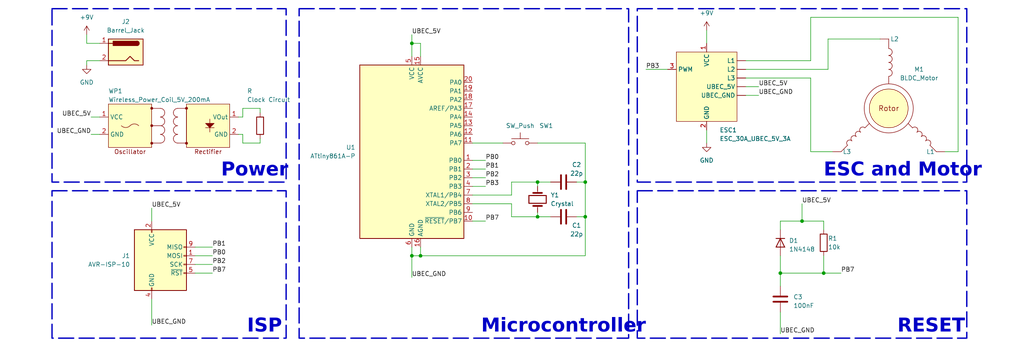
<source format=kicad_sch>
(kicad_sch (version 20230121) (generator eeschema)
  (paper "User" 299.999 101.6)
  (lib_symbols
    (symbol "BLDC_Motor:BLDC_Motor"
      (property "Reference" "M" (at 5.969 8.128 0))
      (property "Value" "BLDC_Motor" (at 5.969 5.588 0))
      (symbol "BLDC_Motor_0_1"
        (arc (start -12.065 -10.7949) (mid -12.328 -11.4299) (end -12.065 -12.0649))
        (arc (start -10.795 -10.7949) (mid -11.43 -10.5319) (end -12.065 -10.7949))
        (arc (start -10.795 -9.5249) (mid -11.058 -10.1599) (end -10.795 -10.7949))
        (arc (start -9.525 -9.5249) (mid -10.16 -9.2619) (end -10.795 -9.5249))
        (arc (start -9.525 -8.2549) (mid -9.788 -8.8899) (end -9.525 -9.5249))
        (arc (start -8.255 -8.2549) (mid -8.89 -7.9919) (end -9.525 -8.2549))
        (arc (start -8.255 -6.985) (mid -8.518 -7.62) (end -8.255 -8.255))
        (arc (start -6.985 -6.985) (mid -7.62 -6.722) (end -8.255 -6.985))
        (circle (center 0 -1.27) (radius 5.6796) (fill (type background)))
        (circle (center 0 -1.27) (radius 7.1842))
        (polyline (pts (xy -12.065 -12.065) (xy -13.97 -13.97)))
        (polyline (pts (xy -5.715 -5.715) (xy -6.985 -6.985)))
        (polyline (pts (xy 0 8.128) (xy 0 5.969)))
        (polyline (pts (xy 0 19.05) (xy 0 16.256)))
        (polyline (pts (xy 5.715 -5.715) (xy 6.985 -6.985)))
        (polyline (pts (xy 12.065 -12.065) (xy 13.97 -13.97)))
        (arc (start 0.0023 14.2217) (mid 0.72 14.52) (end 1.0183 15.2377))
        (arc (start 0.0048 8.1232) (mid 0.7225 8.4215) (end 1.0208 9.1392))
        (arc (start 0.0048 10.1552) (mid 0.7225 10.4535) (end 1.0208 11.1712))
        (arc (start 0.0048 12.1872) (mid 0.7225 12.4855) (end 1.0208 13.2032))
        (arc (start 1.0183 15.2377) (mid 0.7207 15.9561) (end 0.0023 16.2537))
        (arc (start 1.0208 9.1442) (mid 0.7225 9.8619) (end 0.0048 10.1602))
        (arc (start 1.0208 11.1762) (mid 0.7225 11.8939) (end 0.0048 12.1922))
        (arc (start 1.0208 13.2082) (mid 0.7225 13.9259) (end 0.0048 14.2242))
        (arc (start 8.255 -8.255) (mid 8.518 -7.62) (end 8.255 -6.985))
        (arc (start 8.255 -6.985) (mid 7.62 -6.722) (end 6.985 -6.985))
        (arc (start 9.525 -9.5249) (mid 9.788 -8.8899) (end 9.525 -8.2549))
        (arc (start 9.525 -8.2549) (mid 8.89 -7.9919) (end 8.255 -8.2549))
        (arc (start 10.795 -10.7949) (mid 11.058 -10.1599) (end 10.795 -9.5249))
        (arc (start 10.795 -9.5249) (mid 10.16 -9.2619) (end 9.525 -9.5249))
        (arc (start 12.065 -12.0649) (mid 12.328 -11.4299) (end 12.065 -10.7949))
        (arc (start 12.065 -10.7949) (mid 11.43 -10.5319) (end 10.795 -10.7949))
        (text "Rotor" (at 0 -1.27 0) (effects (font (size 1.5 1.5))))
      )
      (symbol "BLDC_Motor_1_1"
        (pin input line (at 16.51 -13.97 180) (length 2.54) (name "L1") (number ""))
        (pin input line (at -2.54 19.05 0) (length 2.54) (name "L2") (number ""))
        (pin input line (at -16.51 -13.97 0) (length 2.54) (name "L3") (number ""))
      )
    )
    (symbol "Connector:AVR-ISP-10" (pin_names (offset 1.016))
      (property "Reference" "J" (at -6.35 11.43 0))
      (property "Value" "AVR-ISP-10" (at 0 11.43 0))
      (symbol "AVR-ISP-10_0_1"
        (rectangle (start -2.667 -6.858) (end -2.413 -7.62))
        (rectangle (start -2.667 10.16) (end -2.413 9.398))
        (rectangle (start 7.62 -2.413) (end 6.858 -2.667))
        (rectangle (start 7.62 0.127) (end 6.858 -0.127))
        (rectangle (start 7.62 2.667) (end 6.858 2.413))
        (rectangle (start 7.62 5.207) (end 6.858 4.953))
        (rectangle (start 7.62 10.16) (end -7.62 -7.62) (stroke (width 0.254)) (fill (type background)))
      )
      (symbol "AVR-ISP-10_1_1"
        (pin passive line (at 10.16 2.54 180) (length 2.54) (name "MOSI") (number "1"))
        (pin passive line (at -2.54 -10.16 90) (length 2.54) hide (name "GND") (number "10"))
        (pin passive line (at -2.54 12.7 270) (length 2.54) (name "VCC") (number "2"))
        (pin no_connect line (at 7.62 -5.08 180) (length 2.54) hide (name "NC") (number "3"))
        (pin passive line (at -2.54 -10.16 90) (length 2.54) (name "GND") (number "4"))
        (pin passive line (at 10.16 -2.54 180) (length 2.54) (name "~{RST}") (number "5"))
        (pin passive line (at -2.54 -10.16 90) (length 2.54) hide (name "GND") (number "6"))
        (pin passive line (at 10.16 0 180) (length 2.54) (name "SCK") (number "7"))
        (pin passive line (at -2.54 -10.16 90) (length 2.54) hide (name "GND") (number "8"))
        (pin passive line (at 10.16 5.08 180) (length 2.54) (name "MISO") (number "9"))
      )
    )
    (symbol "Connector:Barrel_Jack" (pin_names (offset 1.016))
      (property "Reference" "J" (at 0 5.334 0))
      (property "Value" "Barrel_Jack" (at 0 -5.08 0))
      (symbol "Barrel_Jack_0_1"
        (rectangle (start -5.08 3.81) (end 5.08 -3.81) (stroke (width 0.254)) (fill (type background)))
        (arc (start -3.302 3.175) (mid -3.9343 2.54) (end -3.302 1.905) (stroke (width 0.254)))
        (arc (start -3.302 3.175) (mid -3.9343 2.54) (end -3.302 1.905) (stroke (width 0.254)) (fill (type outline)))
        (polyline (pts (xy 5.08 2.54) (xy 3.81 2.54)) (stroke (width 0.254)))
        (polyline (pts (xy -3.81 -2.54) (xy -2.54 -2.54) (xy -1.27 -1.27) (xy 0 -2.54) (xy 2.54 -2.54) (xy 5.08 -2.54)) (stroke (width 0.254)))
        (rectangle (start 3.683 3.175) (end -3.302 1.905) (stroke (width 0.254)) (fill (type outline)))
      )
      (symbol "Barrel_Jack_1_1"
        (pin passive line (at 7.62 2.54 180) (length 2.54) (name "~") (number "1"))
        (pin passive line (at 7.62 -2.54 180) (length 2.54) (name "~") (number "2"))
      )
    )
    (symbol "Device:C" (pin_numbers hide) (pin_names (offset 0.254))
      (property "Reference" "C" (at 0.635 2.54 0))
      (property "Value" "C" (at 0.635 -2.54 0))
      (symbol "C_0_1"
        (polyline (pts (xy -2.032 -0.762) (xy 2.032 -0.762)) (stroke (width 0.508)))
        (polyline (pts (xy -2.032 0.762) (xy 2.032 0.762)) (stroke (width 0.508)))
      )
      (symbol "C_1_1"
        (pin passive line (at 0 3.81 270) (length 2.794) (name "~") (number "1"))
        (pin passive line (at 0 -3.81 90) (length 2.794) (name "~") (number "2"))
      )
    )
    (symbol "Device:Crystal" (pin_numbers hide) (pin_names (offset 1.016) hide)
      (property "Reference" "Y" (at 0 3.81 0))
      (property "Value" "Crystal" (at 0 -3.81 0))
      (symbol "Crystal_0_1"
        (rectangle (start -1.143 2.54) (end 1.143 -2.54) (stroke (width 0.3048)))
        (polyline (pts (xy -2.54 0) (xy -1.905 0)))
        (polyline (pts (xy -1.905 -1.27) (xy -1.905 1.27)) (stroke (width 0.508)))
        (polyline (pts (xy 1.905 -1.27) (xy 1.905 1.27)) (stroke (width 0.508)))
        (polyline (pts (xy 2.54 0) (xy 1.905 0)))
      )
      (symbol "Crystal_1_1"
        (pin passive line (at -3.81 0 0) (length 1.27) (name "1") (number "1"))
        (pin passive line (at 3.81 0 180) (length 1.27) (name "2") (number "2"))
      )
    )
    (symbol "Device:R" (pin_numbers hide) (pin_names (offset 0))
      (property "Reference" "R" (at 2.032 0 90))
      (property "Value" "R" (at 0 0 90))
      (symbol "R_0_1"
        (rectangle (start -1.016 -2.54) (end 1.016 2.54) (stroke (width 0.254)))
      )
      (symbol "R_1_1"
        (pin passive line (at 0 3.81 270) (length 1.27) (name "~") (number "1"))
        (pin passive line (at 0 -3.81 90) (length 1.27) (name "~") (number "2"))
      )
    )
    (symbol "Diode:1N4148" (pin_numbers hide) (pin_names hide)
      (property "Reference" "D" (at 0 2.54 0))
      (property "Value" "1N4148" (at 0 -2.54 0))
      (symbol "1N4148_0_1"
        (polyline (pts (xy -1.27 1.27) (xy -1.27 -1.27)) (stroke (width 0.254)))
        (polyline (pts (xy 1.27 0) (xy -1.27 0)))
        (polyline (pts (xy 1.27 1.27) (xy 1.27 -1.27) (xy -1.27 0) (xy 1.27 1.27)) (stroke (width 0.254)))
      )
      (symbol "1N4148_1_1"
        (pin passive line (at -3.81 0 0) (length 2.54) (name "K") (number "1"))
        (pin passive line (at 3.81 0 180) (length 2.54) (name "A") (number "2"))
      )
    )
    (symbol "ESC:ESC_30A_UBEC_5V_3A"
      (property "Reference" "ESC" (at 3.81 -13.97 0))
      (property "Value" "ESC_30A_UBEC_5V_3A" (at 3.81 -16.51 0))
      (symbol "ESC_30A_UBEC_5V_3A_0_1"
        (rectangle (start -8.89 8.89) (end 8.89 -11.43) (fill (type background)))
      )
      (symbol "ESC_30A_UBEC_5V_3A_1_1"
        (pin output line (at 11.43 6.35 180) (length 2.54) (name "L1") (number ""))
        (pin output line (at 11.43 3.81 180) (length 2.54) (name "L2") (number ""))
        (pin output line (at 11.43 1.27 180) (length 2.54) (name "L3") (number ""))
        (pin output line (at 11.43 -1.27 180) (length 2.54) (name "UBEC_5V") (number ""))
        (pin output line (at 11.43 -3.81 180) (length 2.54) (name "UBEC_GND") (number ""))
        (pin input line (at 0 11.43 270) (length 2.54) (name "VCC") (number "1"))
        (pin input line (at 0 -13.97 90) (length 2.54) (name "GND") (number "2"))
        (pin input line (at -11.43 3.81 0) (length 2.54) (name "PWM") (number "3"))
      )
    )
    (symbol "MCU_Microchip_ATtiny:ATtiny861A-P"
      (property "Reference" "U" (at -15.24 26.67 0))
      (property "Value" "ATtiny861A-P" (at 5.08 -26.67 0))
      (symbol "ATtiny861A-P_0_1"
        (rectangle (start -15.24 -25.4) (end 15.24 25.4) (stroke (width 0.254)) (fill (type background)))
      )
      (symbol "ATtiny861A-P_1_1"
        (pin bidirectional line (at 17.78 -2.54 180) (length 2.54) (name "PB0") (number "1"))
        (pin bidirectional line (at 17.78 -20.32 180) (length 2.54) (name "~{RESET}/PB7") (number "10"))
        (pin bidirectional line (at 17.78 2.54 180) (length 2.54) (name "PA7") (number "11"))
        (pin bidirectional line (at 17.78 5.08 180) (length 2.54) (name "PA6") (number "12"))
        (pin bidirectional line (at 17.78 7.62 180) (length 2.54) (name "PA5") (number "13"))
        (pin bidirectional line (at 17.78 10.16 180) (length 2.54) (name "PA4") (number "14"))
        (pin power_in line (at 2.54 27.94 270) (length 2.54) (name "AVCC") (number "15"))
        (pin power_in line (at 2.54 -27.94 90) (length 2.54) (name "AGND") (number "16"))
        (pin bidirectional line (at 17.78 12.7 180) (length 2.54) (name "AREF/PA3") (number "17"))
        (pin bidirectional line (at 17.78 15.24 180) (length 2.54) (name "PA2") (number "18"))
        (pin bidirectional line (at 17.78 17.78 180) (length 2.54) (name "PA1") (number "19"))
        (pin bidirectional line (at 17.78 -5.08 180) (length 2.54) (name "PB1") (number "2"))
        (pin bidirectional line (at 17.78 20.32 180) (length 2.54) (name "PA0") (number "20"))
        (pin bidirectional line (at 17.78 -7.62 180) (length 2.54) (name "PB2") (number "3"))
        (pin bidirectional line (at 17.78 -10.16 180) (length 2.54) (name "PB3") (number "4"))
        (pin power_in line (at 0 27.94 270) (length 2.54) (name "VCC") (number "5"))
        (pin power_in line (at 0 -27.94 90) (length 2.54) (name "GND") (number "6"))
        (pin bidirectional line (at 17.78 -12.7 180) (length 2.54) (name "XTAL1/PB4") (number "7"))
        (pin bidirectional line (at 17.78 -15.24 180) (length 2.54) (name "XTAL2/PB5") (number "8"))
        (pin bidirectional line (at 17.78 -17.78 180) (length 2.54) (name "PB6") (number "9"))
      )
    )
    (symbol "Switch:SW_Push" (pin_numbers hide) (pin_names (offset 1.016) hide)
      (property "Reference" "SW" (at 1.27 2.54 0))
      (property "Value" "SW_Push" (at 0 -1.524 0))
      (symbol "SW_Push_0_1"
        (circle (center -2.032 0) (radius 0.508))
        (polyline (pts (xy 0 1.27) (xy 0 3.048)))
        (polyline (pts (xy 2.54 1.27) (xy -2.54 1.27)))
        (circle (center 2.032 0) (radius 0.508))
        (pin passive line (at -5.08 0 0) (length 2.54) (name "1") (number "1"))
        (pin passive line (at 5.08 0 180) (length 2.54) (name "2") (number "2"))
      )
    )
    (symbol "Wireless_Power:Wireless_Power_Coil_5V_200mA"
      (property "Reference" "WP" (at -5.08 -10.16 0))
      (property "Value" "Wireless_Power_Coil_5V_200mA" (at -5.08 -12.7 0))
      (symbol "Wireless_Power_Coil_5V_200mA_0_1"
        (rectangle (start -17.78 6.35) (end -5.08 -6.35) (fill (type background)))
        (arc (start -13.97 -0.0001) (mid -12.7 -0.5261) (end -11.43 -0.0001))
        (arc (start -8.89 -0.0001) (mid -10.16 0.5225) (end -11.43 0))
        (circle (center -5.08 -5.1308) (radius 0.3312) (fill (type color) (color 132 0 0 1)))
        (circle (center -5.08 0.0254) (radius 0.3312) (fill (type color) (color 132 0 0 1)))
        (circle (center -5.08 5.1054) (radius 0.3312) (fill (type color) (color 132 0 0 1)))
        (arc (start -2.5399 -5.0799) (mid -1.6419 -4.7079) (end -1.2699 -3.8099))
        (arc (start -2.5399 -2.5399) (mid -1.6419 -2.1679) (end -1.2699 -1.2699))
        (arc (start -2.5399 0.0001) (mid -1.6419 0.3721) (end -1.2699 1.2701))
        (arc (start -2.54 2.54) (mid -1.642 2.912) (end -1.27 3.81))
        (arc (start -1.2699 -3.8099) (mid -1.6419 -2.9119) (end -2.5399 -2.5399))
        (arc (start -1.2699 -1.2699) (mid -1.6419 -0.3719) (end -2.5399 0.0001))
        (arc (start -1.2699 1.2701) (mid -1.6419 2.1681) (end -2.5399 2.5401))
        (arc (start -1.27 3.81) (mid -1.642 4.708) (end -2.54 5.08))
        (polyline (pts (xy -2.54 0) (xy -5.08 0)))
        (polyline (pts (xy 11.938 1.9558) (xy 11.938 -1.8542)))
        (polyline (pts (xy -2.54 5.08) (xy -5.08 5.08) (xy -5.08 -5.08) (xy -2.54 -5.08)))
        (polyline (pts (xy 2.54 5.08) (xy 5.08 5.08) (xy 5.08 -5.08) (xy 2.54 -5.08)))
        (polyline (pts (xy 11.938 -0.5842) (xy 10.668 0.6858) (xy 13.208 0.6858) (xy 11.938 -0.5842) (xy 10.668 -0.5842) (xy 13.208 -0.5842)) (fill (type color) (color 132 0 0 1)))
        (arc (start 1.2699 -3.8099) (mid 1.6419 -4.7079) (end 2.5399 -5.0799))
        (arc (start 1.2699 -1.2699) (mid 1.6419 -2.1679) (end 2.5399 -2.5399))
        (arc (start 1.2699 1.2701) (mid 1.6419 0.3721) (end 2.5399 0.0001))
        (arc (start 1.27 3.81) (mid 1.642 2.912) (end 2.54 2.54))
        (arc (start 2.5399 -2.5399) (mid 1.6419 -2.9119) (end 1.2699 -3.8099))
        (arc (start 2.5399 0.0001) (mid 1.6419 -0.3719) (end 1.2699 -1.2699))
        (arc (start 2.5399 2.5401) (mid 1.6419 2.1681) (end 1.2699 1.2701))
        (arc (start 2.54 5.08) (mid 1.642 4.708) (end 1.27 3.81))
        (rectangle (start 5.08 6.35) (end 17.78 -6.35) (fill (type background)))
        (circle (center 5.1054 -5.1308) (radius 0.3312) (fill (type color) (color 132 0 0 1)))
        (circle (center 5.1054 5.1054) (radius 0.3312) (fill (type color) (color 132 0 0 1)))
        (text "Oscillator" (at -11.43 -7.62 0) (effects (font (size 1.27 1.27))))
        (text "Rectifier" (at 11.43 -7.62 0) (effects (font (size 1.27 1.27))))
      )
      (symbol "Wireless_Power_Coil_5V_200mA_1_1"
        (pin input line (at -20.32 2.54 0) (length 2.54) (name "VCC") (number "1"))
        (pin output line (at 20.32 2.54 180) (length 2.54) (name "VOut") (number "1"))
        (pin input line (at -20.32 -2.54 0) (length 2.54) (name "GND") (number "2"))
        (pin output line (at 20.32 -2.54 180) (length 2.54) (name "GND") (number "2"))
      )
    )
    (symbol "power:+9V" (power) (pin_names (offset 0))
      (property "Value" "+9V" (at 0 3.556 0))
      (symbol "+9V_0_1"
        (polyline (pts (xy -0.762 1.27) (xy 0 2.54)))
        (polyline (pts (xy 0 0) (xy 0 2.54)))
        (polyline (pts (xy 0 2.54) (xy 0.762 1.27)))
      )
      (symbol "+9V_1_1"
        (pin power_in line (at 0 0 90) (length 0) hide (name "+9V") (number "1"))
      )
    )
    (symbol "power:GND" (power) (pin_names (offset 0))
      (property "Value" "GND" (at 0 -3.81 0))
      (symbol "GND_0_1"
        (polyline (pts (xy 0 0) (xy 0 -1.27) (xy 1.27 -1.27) (xy 0 -2.54) (xy -1.27 -1.27) (xy 0 -1.27)))
      )
      (symbol "GND_1_1"
        (pin power_in line (at 0 0 270) (length 0) hide (name "GND") (number "1"))
      )
    )
  )
  (junction (at 123.19 74.93))
  (junction (at 157.48 63.5))
  (junction (at 120.65 74.93))
  (junction (at 241.3 80.01))
  (junction (at 228.6 80.01))
  (junction (at 234.95 64.77))
  (junction (at 157.48 53.34))
  (junction (at 120.65 12.7))
  (junction (at 171.45 53.34))
  (junction (at 171.45 63.5))
  (wire (pts (xy 138.43 41.91) (xy 147.32 41.91)))
  (wire (pts (xy 138.43 46.99) (xy 142.24 46.99)))
  (wire (pts (xy 26.67 34.29) (xy 29.21 34.29)))
  (wire (pts (xy 228.6 67.31) (xy 228.6 64.77)))
  (wire (pts (xy 237.49 17.78) (xy 237.49 5.08)))
  (wire (pts (xy 123.19 74.93) (xy 120.65 74.93)))
  (wire (pts (xy 228.6 80.01) (xy 241.3 80.01)))
  (wire (pts (xy 71.12 31.75) (xy 71.12 34.29)))
  (wire (pts (xy 237.49 44.45) (xy 243.84 44.45)))
  (wire (pts (xy 207.01 38.1) (xy 207.01 41.91)))
  (wire (pts (xy 171.45 63.5) (xy 168.91 63.5)))
  (wire (pts (xy 120.65 12.7) (xy 123.19 12.7)))
  (wire (pts (xy 29.21 12.7) (xy 25.4 12.7)))
  (wire (pts (xy 157.48 41.91) (xy 171.45 41.91)))
  (wire (pts (xy 149.86 59.69) (xy 149.86 63.5)))
  (wire (pts (xy 218.44 17.78) (xy 237.49 17.78)))
  (wire (pts (xy 25.4 10.16) (xy 25.4 12.7)))
  (wire (pts (xy 241.3 67.31) (xy 241.3 64.77)))
  (wire (pts (xy 237.49 5.08) (xy 280.67 5.08)))
  (wire (pts (xy 138.43 54.61) (xy 142.24 54.61)))
  (wire (pts (xy 71.12 34.29) (xy 69.85 34.29)))
  (wire (pts (xy 138.43 57.15) (xy 149.86 57.15)))
  (wire (pts (xy 25.4 17.78) (xy 25.4 19.05)))
  (wire (pts (xy 228.6 64.77) (xy 234.95 64.77)))
  (wire (pts (xy 171.45 74.93) (xy 171.45 63.5)))
  (wire (pts (xy 171.45 53.34) (xy 171.45 63.5)))
  (wire (pts (xy 44.45 60.96) (xy 44.45 64.77)))
  (wire (pts (xy 242.57 11.43) (xy 257.81 11.43)))
  (wire (pts (xy 234.95 59.69) (xy 234.95 64.77)))
  (wire (pts (xy 76.2 40.64) (xy 76.2 41.91)))
  (wire (pts (xy 123.19 72.39) (xy 123.19 74.93)))
  (wire (pts (xy 168.91 53.34) (xy 171.45 53.34)))
  (wire (pts (xy 138.43 59.69) (xy 149.86 59.69)))
  (wire (pts (xy 44.45 87.63) (xy 44.45 95.25)))
  (wire (pts (xy 241.3 80.01) (xy 246.38 80.01)))
  (wire (pts (xy 76.2 31.75) (xy 71.12 31.75)))
  (wire (pts (xy 71.12 41.91) (xy 71.12 39.37)))
  (wire (pts (xy 149.86 53.34) (xy 157.48 53.34)))
  (wire (pts (xy 62.23 72.39) (xy 57.15 72.39)))
  (wire (pts (xy 25.4 17.78) (xy 29.21 17.78)))
  (wire (pts (xy 76.2 41.91) (xy 71.12 41.91)))
  (wire (pts (xy 138.43 52.07) (xy 142.24 52.07)))
  (wire (pts (xy 218.44 20.32) (xy 242.57 20.32)))
  (wire (pts (xy 189.23 20.32) (xy 195.58 20.32)))
  (wire (pts (xy 157.48 63.5) (xy 161.29 63.5)))
  (wire (pts (xy 218.44 27.94) (xy 222.25 27.94)))
  (wire (pts (xy 228.6 80.01) (xy 228.6 83.82)))
  (wire (pts (xy 149.86 63.5) (xy 157.48 63.5)))
  (wire (pts (xy 120.65 16.51) (xy 120.65 12.7)))
  (wire (pts (xy 138.43 64.77) (xy 142.24 64.77)))
  (wire (pts (xy 57.15 77.47) (xy 62.23 77.47)))
  (wire (pts (xy 149.86 57.15) (xy 149.86 53.34)))
  (wire (pts (xy 157.48 53.34) (xy 161.29 53.34)))
  (wire (pts (xy 242.57 20.32) (xy 242.57 11.43)))
  (wire (pts (xy 123.19 12.7) (xy 123.19 16.51)))
  (wire (pts (xy 157.48 63.5) (xy 157.48 62.23)))
  (wire (pts (xy 228.6 74.93) (xy 228.6 80.01)))
  (wire (pts (xy 171.45 41.91) (xy 171.45 53.34)))
  (wire (pts (xy 237.49 22.86) (xy 237.49 44.45)))
  (wire (pts (xy 120.65 72.39) (xy 120.65 74.93)))
  (wire (pts (xy 123.19 74.93) (xy 171.45 74.93)))
  (wire (pts (xy 207.01 8.89) (xy 207.01 12.7)))
  (wire (pts (xy 76.2 33.02) (xy 76.2 31.75)))
  (wire (pts (xy 26.67 39.37) (xy 29.21 39.37)))
  (wire (pts (xy 62.23 74.93) (xy 57.15 74.93)))
  (wire (pts (xy 120.65 10.16) (xy 120.65 12.7)))
  (wire (pts (xy 157.48 53.34) (xy 157.48 54.61)))
  (wire (pts (xy 228.6 91.44) (xy 228.6 97.79)))
  (wire (pts (xy 57.15 80.01) (xy 62.23 80.01)))
  (wire (pts (xy 120.65 74.93) (xy 120.65 81.28)))
  (wire (pts (xy 71.12 39.37) (xy 69.85 39.37)))
  (wire (pts (xy 280.67 44.45) (xy 276.86 44.45)))
  (wire (pts (xy 234.95 64.77) (xy 241.3 64.77)))
  (wire (pts (xy 241.3 74.93) (xy 241.3 80.01)))
  (wire (pts (xy 280.67 5.08) (xy 280.67 44.45)))
  (wire (pts (xy 218.44 25.4) (xy 222.25 25.4)))
  (wire (pts (xy 218.44 22.86) (xy 237.49 22.86)))
  (wire (pts (xy 142.24 49.53) (xy 138.43 49.53)))
  (rectangle (start 15.24 55.88) (end 83.82 99.06) (stroke (width 0.4) (type dash)))
  (rectangle (start 186.69 55.88) (end 283.21 99.06) (stroke (width 0.4) (type dash)))
  (rectangle (start 186.69 2.54) (end 283.21 53.34) (stroke (width 0.4) (type dash)))
  (rectangle (start 87.63 2.54) (end 184.15 99.06) (stroke (width 0.4) (type dash)))
  (rectangle (start 15.24 2.54) (end 83.82 53.34) (stroke (width 0.4) (type dash)))
  (text "ISP" (at 72.39 99.06 0) (effects (font (size 4 4) (thickness 2) bold) (justify left bottom)))
  (text "Power\n" (at 64.77 53.34 0) (effects (font (size 4 4) (thickness 2) bold) (justify left bottom)))
  (text "RESET" (at 262.89 99.06 0) (effects (font (size 4 4) (thickness 2) bold) (justify left bottom)))
  (text "Microcontroller" (at 140.97 99.06 0) (effects (font (size 4 4) (thickness 2) bold) (justify left bottom)))
  (text "ESC and Motor" (at 241.3 53.34 0) (effects (font (size 4 4) (thickness 2) bold) (justify left bottom)))
  (label "UBEC_5V" (at 234.95 59.69 0))
  (label "PB2" (at 62.23 77.47 0))
  (label "UBEC_GND" (at 26.67 39.37 180))
  (label "UBEC_GND" (at 44.45 95.25 0))
  (label "PB1" (at 62.23 72.39 0))
  (label "PB7" (at 62.23 80.01 0))
  (label "UBEC_5V" (at 222.25 25.4 0))
  (label "UBEC_GND" (at 222.25 27.94 0))
  (label "PB1" (at 142.24 49.53 0))
  (label "PB7" (at 246.38 80.01 0))
  (label "UBEC_5V" (at 120.65 10.16 0))
  (label "PB2" (at 142.24 52.07 0))
  (label "UBEC_GND" (at 228.6 97.79 0))
  (label "UBEC_GND" (at 120.65 81.28 0))
  (label "PB0" (at 142.24 46.99 0))
  (label "PB7" (at 142.24 64.77 0))
  (label "UBEC_5V" (at 44.45 60.96 0))
  (label "PB0" (at 62.23 74.93 0))
  (label "UBEC_5V" (at 26.67 34.29 180))
  (label "PB3" (at 189.23 20.32 0))
  (label "PB3" (at 142.24 54.61 0))
  (symbol (lib_id "power:GND") (at 25.4 19.05 0) (unit 1)
    (property "Reference" "#PWR03" (effects hide))
    (property "Value" "GND" (at 25.4 24.13 0))
  )
  (symbol (lib_id "power:+9V") (at 207.01 8.89 0) (unit 1)
    (property "Reference" "#PWR02" (effects hide))
    (property "Value" "+9V" (at 207.01 3.81 0))
  )
  (symbol (lib_id "Device:C") (at 165.1 63.5 90) (unit 1)
    (property "Reference" "C1" (at 168.91 66.04 90))
    (property "Value" "22p" (at 168.91 68.58 90))
  )
  (symbol (lib_id "power:+9V") (at 25.4 10.16 0) (unit 1)
    (property "Reference" "#PWR01" (effects hide))
    (property "Value" "+9V" (at 25.4 5.08 0))
  )
  (symbol (lib_id "MCU_Microchip_ATtiny:ATtiny861A-P") (at 120.65 44.45 0) (unit 1)
    (property "Reference" "U1" (at 104.14 43.18 0) (effects (justify right)))
    (property "Value" "ATtiny861A-P" (at 104.14 45.72 0) (effects (justify right)))
    (property "Footprint" "Package_DIP:DIP-20_W7.62mm" (effects hide))
    (property "Datasheet" "http://ww1.microchip.com/downloads/en/DeviceDoc/doc8197.pdf" (effects hide))
  )
  (symbol (lib_id "Device:R") (at 241.3 71.12 0) (unit 1)
    (property "Reference" "R1" (at 242.57 69.85 0) (effects (justify left)))
    (property "Value" "10k" (at 242.57 72.39 0) (effects (justify left)))
    (property "Footprint" "Resistor_SMD:R_0603_1608Metric" (effects hide))
  )
  (symbol (lib_id "Diode:1N4148") (at 228.6 71.12 270) (unit 1)
    (property "Reference" "D1" (at 231.14 70.485 90) (effects (justify left)))
    (property "Value" "1N4148" (at 231.14 73.025 90) (effects (justify left)))
    (property "Footprint" "Diode_THT:D_DO-35_SOD27_P7.62mm_Horizontal" (effects hide))
    (property "Datasheet" "https://assets.nexperia.com/documents/data-sheet/1N4148_1N4448.pdf" (effects hide))
    (property "Sim.Device" "D" (effects hide))
    (property "Sim.Pins" "1=K 2=A" (effects hide))
  )
  (symbol (lib_id "power:GND") (at 207.01 41.91 0) (unit 1)
    (property "Reference" "#PWR04" (effects hide))
    (property "Value" "GND" (at 207.01 46.99 0))
  )
  (symbol (lib_id "Switch:SW_Push") (at 152.4 41.91 0) (unit 1)
    (property "Reference" "SW1" (at 160.02 36.83 0))
    (property "Value" "SW_Push" (at 152.4 36.83 0))
  )
  (symbol (lib_id "ESC:ESC_30A_UBEC_5V_3A") (at 207.01 24.13 0) (unit 1)
    (property "Reference" "ESC1" (at 210.82 38.1 0) (effects (justify left)))
    (property "Value" "ESC_30A_UBEC_5V_3A" (at 210.82 40.64 0) (effects (justify left)))
  )
  (symbol (lib_id "Device:C") (at 228.6 87.63 0) (unit 1)
    (property "Reference" "C3" (at 232.41 86.995 0) (effects (justify left)))
    (property "Value" "100nF" (at 232.41 89.535 0) (effects (justify left)))
    (property "Footprint" "Capacitor_SMD:C_0603_1608Metric" (effects hide))
  )
  (symbol (lib_id "BLDC_Motor:BLDC_Motor") (at 260.35 30.48 0) (unit 1)
    (property "Reference" "M1" (at 269.24 20.32 0))
    (property "Value" "BLDC_Motor" (at 269.24 22.86 0))
  )
  (symbol (lib_id "Connector:AVR-ISP-10") (at 46.99 77.47 0) (unit 1)
    (property "Reference" "J1" (at 38.1 74.93 0) (effects (justify right)))
    (property "Value" "AVR-ISP-10" (at 38.1 77.47 0) (effects (justify right)))
    (property "Datasheet" " ~" (effects hide))
  )
  (symbol (lib_id "Device:R") (at 76.2 36.83 0) (unit 1)
    (property "Reference" "R" (at 72.39 26.67 0) (effects (justify left)))
    (property "Value" "Clock Circuit" (at 72.39 29.21 0) (effects (justify left)))
  )
  (symbol (lib_id "Wireless_Power:Wireless_Power_Coil_5V_200mA") (at 49.53 36.83 0) (unit 1)
    (property "Reference" "WP1" (at 31.75 26.67 0) (effects (justify left)))
    (property "Value" "Wireless_Power_Coil_5V_200mA" (at 31.75 29.21 0) (effects (justify left)))
  )
  (symbol (lib_id "Device:Crystal") (at 157.48 58.42 270) (unit 1)
    (property "Reference" "Y1" (at 161.29 57.15 90) (effects (justify left)))
    (property "Value" "Crystal" (at 161.29 59.69 90) (effects (justify left)))
  )
  (symbol (lib_id "Device:C") (at 165.1 53.34 90) (unit 1)
    (property "Reference" "C2" (at 168.91 48.26 90))
    (property "Value" "22p" (at 168.91 50.8 90))
  )
  (symbol (lib_id "Connector:Barrel_Jack") (at 36.83 15.24 0) (mirror y) (unit 1)
    (property "Reference" "J2" (at 36.83 6.35 0))
    (property "Value" "Barrel_Jack" (at 36.83 8.89 0))
  )
)
</source>
